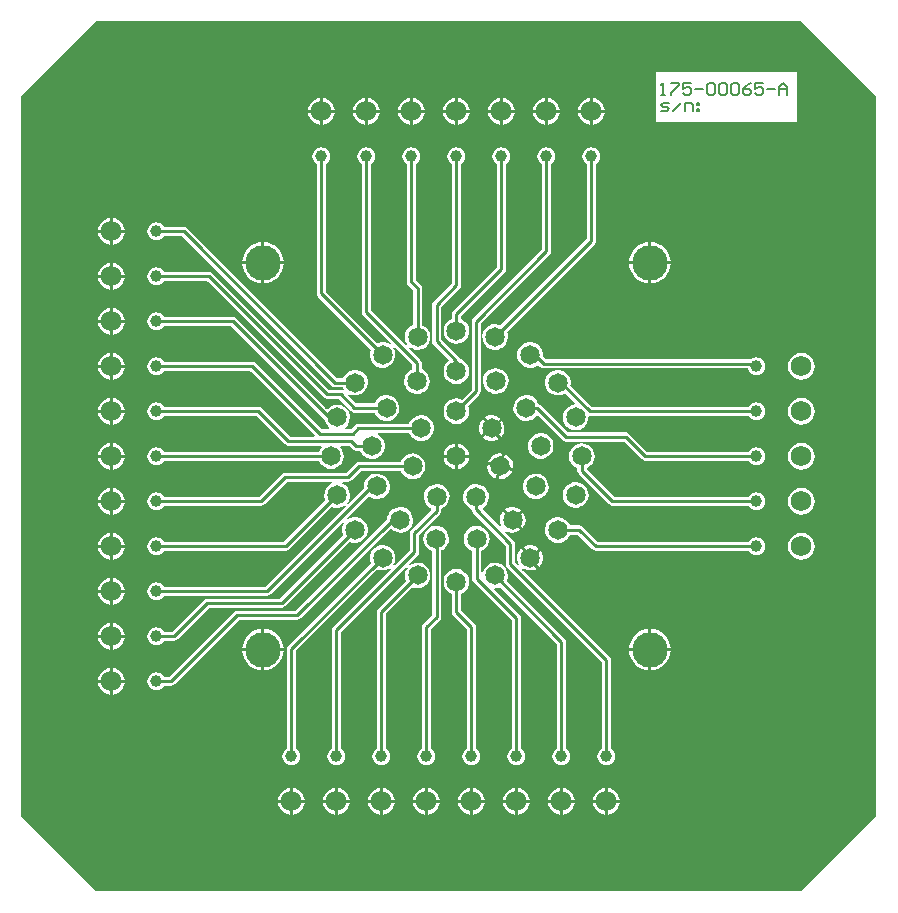
<source format=gtl>
G04 Layer_Physical_Order=1*
G04 Layer_Color=255*
%FSLAX24Y24*%
%MOIN*%
G70*
G01*
G75*
%ADD10C,0.0100*%
%ADD11C,0.0080*%
%ADD12C,0.0394*%
%ADD13C,0.0689*%
%ADD14C,0.0650*%
%ADD15C,0.1181*%
G36*
X29000Y27000D02*
Y3000D01*
X26500Y500D01*
X3000D01*
X500Y3000D01*
Y27000D01*
X3000Y29500D01*
X26500Y29500D01*
X29000Y27000D01*
D02*
G37*
%LPC*%
G36*
X19550Y26942D02*
Y26550D01*
X19942D01*
X19933Y26616D01*
X19888Y26724D01*
X19817Y26817D01*
X19724Y26888D01*
X19616Y26933D01*
X19550Y26942D01*
D02*
G37*
G36*
X18050D02*
Y26550D01*
X18442D01*
X18433Y26616D01*
X18388Y26724D01*
X18317Y26817D01*
X18224Y26888D01*
X18116Y26933D01*
X18050Y26942D01*
D02*
G37*
G36*
X16550D02*
Y26550D01*
X16942D01*
X16933Y26616D01*
X16888Y26724D01*
X16817Y26817D01*
X16724Y26888D01*
X16616Y26933D01*
X16550Y26942D01*
D02*
G37*
G36*
X15050D02*
Y26550D01*
X15442D01*
X15433Y26616D01*
X15388Y26724D01*
X15317Y26817D01*
X15224Y26888D01*
X15116Y26933D01*
X15050Y26942D01*
D02*
G37*
G36*
X13550D02*
Y26550D01*
X13942D01*
X13933Y26616D01*
X13888Y26724D01*
X13817Y26817D01*
X13724Y26888D01*
X13616Y26933D01*
X13550Y26942D01*
D02*
G37*
G36*
X12050D02*
Y26550D01*
X12442D01*
X12433Y26616D01*
X12388Y26724D01*
X12317Y26817D01*
X12224Y26888D01*
X12116Y26933D01*
X12050Y26942D01*
D02*
G37*
G36*
X10550D02*
Y26550D01*
X10942D01*
X10933Y26616D01*
X10888Y26724D01*
X10817Y26817D01*
X10724Y26888D01*
X10616Y26933D01*
X10550Y26942D01*
D02*
G37*
G36*
X19450D02*
X19384Y26933D01*
X19276Y26888D01*
X19183Y26817D01*
X19112Y26724D01*
X19067Y26616D01*
X19058Y26550D01*
X19450D01*
Y26942D01*
D02*
G37*
G36*
X17950D02*
X17884Y26933D01*
X17776Y26888D01*
X17683Y26817D01*
X17612Y26724D01*
X17567Y26616D01*
X17558Y26550D01*
X17950D01*
Y26942D01*
D02*
G37*
G36*
X16450D02*
X16384Y26933D01*
X16276Y26888D01*
X16183Y26817D01*
X16112Y26724D01*
X16067Y26616D01*
X16058Y26550D01*
X16450D01*
Y26942D01*
D02*
G37*
G36*
X14950D02*
X14884Y26933D01*
X14776Y26888D01*
X14683Y26817D01*
X14612Y26724D01*
X14567Y26616D01*
X14558Y26550D01*
X14950D01*
Y26942D01*
D02*
G37*
G36*
X13450D02*
X13384Y26933D01*
X13276Y26888D01*
X13183Y26817D01*
X13112Y26724D01*
X13067Y26616D01*
X13058Y26550D01*
X13450D01*
Y26942D01*
D02*
G37*
G36*
X11950D02*
X11884Y26933D01*
X11776Y26888D01*
X11683Y26817D01*
X11612Y26724D01*
X11567Y26616D01*
X11558Y26550D01*
X11950D01*
Y26942D01*
D02*
G37*
G36*
X10450D02*
X10384Y26933D01*
X10276Y26888D01*
X10183Y26817D01*
X10112Y26724D01*
X10067Y26616D01*
X10058Y26550D01*
X10450D01*
Y26942D01*
D02*
G37*
G36*
X26350Y27819D02*
X21650D01*
Y26150D01*
X26350D01*
Y27819D01*
D02*
G37*
G36*
X19942Y26450D02*
X19550D01*
Y26058D01*
X19616Y26067D01*
X19724Y26112D01*
X19817Y26183D01*
X19888Y26276D01*
X19933Y26384D01*
X19942Y26450D01*
D02*
G37*
G36*
X18442D02*
X18050D01*
Y26058D01*
X18116Y26067D01*
X18224Y26112D01*
X18317Y26183D01*
X18388Y26276D01*
X18433Y26384D01*
X18442Y26450D01*
D02*
G37*
G36*
X16942D02*
X16550D01*
Y26058D01*
X16616Y26067D01*
X16724Y26112D01*
X16817Y26183D01*
X16888Y26276D01*
X16933Y26384D01*
X16942Y26450D01*
D02*
G37*
G36*
X15442D02*
X15050D01*
Y26058D01*
X15116Y26067D01*
X15224Y26112D01*
X15317Y26183D01*
X15388Y26276D01*
X15433Y26384D01*
X15442Y26450D01*
D02*
G37*
G36*
X13942D02*
X13550D01*
Y26058D01*
X13616Y26067D01*
X13724Y26112D01*
X13817Y26183D01*
X13888Y26276D01*
X13933Y26384D01*
X13942Y26450D01*
D02*
G37*
G36*
X12442D02*
X12050D01*
Y26058D01*
X12116Y26067D01*
X12224Y26112D01*
X12317Y26183D01*
X12388Y26276D01*
X12433Y26384D01*
X12442Y26450D01*
D02*
G37*
G36*
X10942D02*
X10550D01*
Y26058D01*
X10616Y26067D01*
X10724Y26112D01*
X10817Y26183D01*
X10888Y26276D01*
X10933Y26384D01*
X10942Y26450D01*
D02*
G37*
G36*
X19450D02*
X19058D01*
X19067Y26384D01*
X19112Y26276D01*
X19183Y26183D01*
X19276Y26112D01*
X19384Y26067D01*
X19450Y26058D01*
Y26450D01*
D02*
G37*
G36*
X17950D02*
X17558D01*
X17567Y26384D01*
X17612Y26276D01*
X17683Y26183D01*
X17776Y26112D01*
X17884Y26067D01*
X17950Y26058D01*
Y26450D01*
D02*
G37*
G36*
X16450D02*
X16058D01*
X16067Y26384D01*
X16112Y26276D01*
X16183Y26183D01*
X16276Y26112D01*
X16384Y26067D01*
X16450Y26058D01*
Y26450D01*
D02*
G37*
G36*
X14950D02*
X14558D01*
X14567Y26384D01*
X14612Y26276D01*
X14683Y26183D01*
X14776Y26112D01*
X14884Y26067D01*
X14950Y26058D01*
Y26450D01*
D02*
G37*
G36*
X13450D02*
X13058D01*
X13067Y26384D01*
X13112Y26276D01*
X13183Y26183D01*
X13276Y26112D01*
X13384Y26067D01*
X13450Y26058D01*
Y26450D01*
D02*
G37*
G36*
X11950D02*
X11558D01*
X11567Y26384D01*
X11612Y26276D01*
X11683Y26183D01*
X11776Y26112D01*
X11884Y26067D01*
X11950Y26058D01*
Y26450D01*
D02*
G37*
G36*
X10450D02*
X10058D01*
X10067Y26384D01*
X10112Y26276D01*
X10183Y26183D01*
X10276Y26112D01*
X10384Y26067D01*
X10450Y26058D01*
Y26450D01*
D02*
G37*
G36*
X3550Y22942D02*
Y22550D01*
X3942D01*
X3933Y22616D01*
X3888Y22724D01*
X3817Y22817D01*
X3724Y22888D01*
X3616Y22933D01*
X3550Y22942D01*
D02*
G37*
G36*
X3450D02*
X3384Y22933D01*
X3276Y22888D01*
X3183Y22817D01*
X3112Y22724D01*
X3067Y22616D01*
X3058Y22550D01*
X3450D01*
Y22942D01*
D02*
G37*
G36*
X3942Y22450D02*
X3550D01*
Y22058D01*
X3616Y22067D01*
X3724Y22112D01*
X3817Y22183D01*
X3888Y22276D01*
X3933Y22384D01*
X3942Y22450D01*
D02*
G37*
G36*
X3450D02*
X3058D01*
X3067Y22384D01*
X3112Y22276D01*
X3183Y22183D01*
X3276Y22112D01*
X3384Y22067D01*
X3450Y22058D01*
Y22450D01*
D02*
G37*
G36*
X21499Y22138D02*
Y21499D01*
X22138D01*
X22129Y21584D01*
X22090Y21714D01*
X22026Y21834D01*
X21939Y21939D01*
X21834Y22026D01*
X21714Y22090D01*
X21584Y22129D01*
X21499Y22138D01*
D02*
G37*
G36*
X21399D02*
X21313Y22129D01*
X21183Y22090D01*
X21063Y22026D01*
X20958Y21939D01*
X20872Y21834D01*
X20808Y21714D01*
X20768Y21584D01*
X20760Y21499D01*
X21399D01*
Y22138D01*
D02*
G37*
G36*
X8601D02*
Y21499D01*
X9240D01*
X9232Y21584D01*
X9192Y21714D01*
X9128Y21834D01*
X9042Y21939D01*
X8937Y22026D01*
X8817Y22090D01*
X8687Y22129D01*
X8601Y22138D01*
D02*
G37*
G36*
X8501D02*
X8416Y22129D01*
X8286Y22090D01*
X8166Y22026D01*
X8061Y21939D01*
X7974Y21834D01*
X7910Y21714D01*
X7871Y21584D01*
X7862Y21499D01*
X8501D01*
Y22138D01*
D02*
G37*
G36*
X3550Y21442D02*
Y21050D01*
X3942D01*
X3933Y21116D01*
X3888Y21224D01*
X3817Y21317D01*
X3724Y21388D01*
X3616Y21433D01*
X3550Y21442D01*
D02*
G37*
G36*
X3450D02*
X3384Y21433D01*
X3276Y21388D01*
X3183Y21317D01*
X3112Y21224D01*
X3067Y21116D01*
X3058Y21050D01*
X3450D01*
Y21442D01*
D02*
G37*
G36*
X22138Y21399D02*
X21499D01*
Y20760D01*
X21584Y20768D01*
X21714Y20808D01*
X21834Y20872D01*
X21939Y20958D01*
X22026Y21063D01*
X22090Y21183D01*
X22129Y21313D01*
X22138Y21399D01*
D02*
G37*
G36*
X21399D02*
X20760D01*
X20768Y21313D01*
X20808Y21183D01*
X20872Y21063D01*
X20958Y20958D01*
X21063Y20872D01*
X21183Y20808D01*
X21313Y20768D01*
X21399Y20760D01*
Y21399D01*
D02*
G37*
G36*
X9240D02*
X8601D01*
Y20760D01*
X8687Y20768D01*
X8817Y20808D01*
X8937Y20872D01*
X9042Y20958D01*
X9128Y21063D01*
X9192Y21183D01*
X9232Y21313D01*
X9240Y21399D01*
D02*
G37*
G36*
X8501D02*
X7862D01*
X7871Y21313D01*
X7910Y21183D01*
X7974Y21063D01*
X8061Y20958D01*
X8166Y20872D01*
X8286Y20808D01*
X8416Y20768D01*
X8501Y20760D01*
Y21399D01*
D02*
G37*
G36*
X3942Y20950D02*
X3550D01*
Y20558D01*
X3616Y20567D01*
X3724Y20612D01*
X3817Y20683D01*
X3888Y20776D01*
X3933Y20884D01*
X3942Y20950D01*
D02*
G37*
G36*
X3450D02*
X3058D01*
X3067Y20884D01*
X3112Y20776D01*
X3183Y20683D01*
X3276Y20612D01*
X3384Y20567D01*
X3450Y20558D01*
Y20950D01*
D02*
G37*
G36*
X3550Y19942D02*
Y19550D01*
X3942D01*
X3933Y19616D01*
X3888Y19724D01*
X3817Y19817D01*
X3724Y19888D01*
X3616Y19933D01*
X3550Y19942D01*
D02*
G37*
G36*
X3450D02*
X3384Y19933D01*
X3276Y19888D01*
X3183Y19817D01*
X3112Y19724D01*
X3067Y19616D01*
X3058Y19550D01*
X3450D01*
Y19942D01*
D02*
G37*
G36*
X19500Y25299D02*
X19423Y25289D01*
X19350Y25259D01*
X19288Y25212D01*
X19241Y25150D01*
X19211Y25077D01*
X19201Y25000D01*
X19211Y24923D01*
X19241Y24850D01*
X19288Y24788D01*
X19347Y24743D01*
Y22247D01*
X16464Y19364D01*
X16424Y19383D01*
X16314Y19404D01*
X16203Y19395D01*
X16097Y19357D01*
X16005Y19294D01*
X15932Y19209D01*
X15884Y19108D01*
X15864Y18998D01*
X15872Y18886D01*
X15910Y18781D01*
X15973Y18689D01*
X16058Y18616D01*
X16159Y18568D01*
X16269Y18547D01*
X16381Y18556D01*
X16486Y18593D01*
X16579Y18657D01*
X16651Y18742D01*
X16699Y18843D01*
X16720Y18953D01*
X16711Y19065D01*
X16681Y19149D01*
X19608Y22076D01*
X19641Y22125D01*
X19653Y22184D01*
Y24743D01*
X19712Y24788D01*
X19759Y24850D01*
X19789Y24923D01*
X19799Y25000D01*
X19789Y25077D01*
X19759Y25150D01*
X19712Y25212D01*
X19650Y25259D01*
X19577Y25289D01*
X19500Y25299D01*
D02*
G37*
G36*
X3942Y19450D02*
X3550D01*
Y19058D01*
X3616Y19067D01*
X3724Y19112D01*
X3817Y19183D01*
X3888Y19276D01*
X3933Y19384D01*
X3942Y19450D01*
D02*
G37*
G36*
X3450D02*
X3058D01*
X3067Y19384D01*
X3112Y19276D01*
X3183Y19183D01*
X3276Y19112D01*
X3384Y19067D01*
X3450Y19058D01*
Y19450D01*
D02*
G37*
G36*
X16500Y25299D02*
X16423Y25289D01*
X16350Y25259D01*
X16288Y25212D01*
X16241Y25150D01*
X16211Y25077D01*
X16201Y25000D01*
X16211Y24923D01*
X16241Y24850D01*
X16288Y24788D01*
X16347Y24743D01*
Y21303D01*
X14892Y19848D01*
X14859Y19799D01*
X14847Y19740D01*
Y19577D01*
X14786Y19551D01*
X14697Y19483D01*
X14629Y19394D01*
X14586Y19291D01*
X14571Y19180D01*
X14586Y19069D01*
X14629Y18966D01*
X14697Y18877D01*
X14786Y18809D01*
X14889Y18766D01*
X15000Y18751D01*
X15111Y18766D01*
X15214Y18809D01*
X15303Y18877D01*
X15371Y18966D01*
X15414Y19069D01*
X15429Y19180D01*
X15414Y19291D01*
X15371Y19394D01*
X15303Y19483D01*
X15214Y19551D01*
X15153Y19577D01*
Y19677D01*
X16608Y21132D01*
X16641Y21181D01*
X16653Y21240D01*
Y24743D01*
X16712Y24788D01*
X16759Y24850D01*
X16789Y24923D01*
X16799Y25000D01*
X16789Y25077D01*
X16759Y25150D01*
X16712Y25212D01*
X16650Y25259D01*
X16577Y25289D01*
X16500Y25299D01*
D02*
G37*
G36*
X13500D02*
X13423Y25289D01*
X13350Y25259D01*
X13288Y25212D01*
X13241Y25150D01*
X13211Y25077D01*
X13201Y25000D01*
X13211Y24923D01*
X13241Y24850D01*
X13288Y24788D01*
X13347Y24743D01*
Y20800D01*
X13359Y20741D01*
X13392Y20692D01*
X13555Y20528D01*
Y19373D01*
X13475Y19335D01*
X13390Y19262D01*
X13326Y19170D01*
X13289Y19065D01*
X13280Y18953D01*
X13301Y18843D01*
X13349Y18742D01*
X13371Y18716D01*
X13334Y18682D01*
X12153Y19863D01*
Y24743D01*
X12212Y24788D01*
X12259Y24850D01*
X12289Y24923D01*
X12299Y25000D01*
X12289Y25077D01*
X12259Y25150D01*
X12212Y25212D01*
X12150Y25259D01*
X12077Y25289D01*
X12000Y25299D01*
X11923Y25289D01*
X11850Y25259D01*
X11788Y25212D01*
X11741Y25150D01*
X11711Y25077D01*
X11701Y25000D01*
X11711Y24923D01*
X11741Y24850D01*
X11788Y24788D01*
X11847Y24743D01*
Y19800D01*
X11859Y19741D01*
X11892Y19692D01*
X12806Y18778D01*
X12775Y18738D01*
X12717Y18773D01*
X12610Y18805D01*
X12498Y18808D01*
X12389Y18782D01*
X12370Y18771D01*
X10653Y20488D01*
Y24743D01*
X10712Y24788D01*
X10759Y24850D01*
X10789Y24923D01*
X10799Y25000D01*
X10789Y25077D01*
X10759Y25150D01*
X10712Y25212D01*
X10650Y25259D01*
X10577Y25289D01*
X10500Y25299D01*
X10423Y25289D01*
X10350Y25259D01*
X10288Y25212D01*
X10241Y25150D01*
X10211Y25077D01*
X10201Y25000D01*
X10211Y24923D01*
X10241Y24850D01*
X10288Y24788D01*
X10347Y24743D01*
Y20425D01*
X10359Y20366D01*
X10392Y20317D01*
X12152Y18557D01*
X12151Y18556D01*
X12120Y18449D01*
X12117Y18337D01*
X12143Y18228D01*
X12196Y18130D01*
X12273Y18049D01*
X12369Y17990D01*
X12476Y17958D01*
X12588Y17955D01*
X12697Y17981D01*
X12795Y18035D01*
X12876Y18112D01*
X12935Y18207D01*
X12966Y18315D01*
X12969Y18427D01*
X12943Y18535D01*
X12902Y18611D01*
X12943Y18641D01*
X13532Y18052D01*
Y17902D01*
X13486Y17885D01*
X13394Y17821D01*
X13323Y17735D01*
X13276Y17633D01*
X13257Y17523D01*
X13267Y17412D01*
X13305Y17307D01*
X13370Y17215D01*
X13456Y17144D01*
X13557Y17097D01*
X13668Y17078D01*
X13779Y17088D01*
X13884Y17126D01*
X13976Y17191D01*
X14047Y17277D01*
X14094Y17378D01*
X14113Y17489D01*
X14103Y17600D01*
X14064Y17705D01*
X14000Y17797D01*
X13914Y17868D01*
X13838Y17903D01*
Y18115D01*
X13826Y18174D01*
X13793Y18223D01*
X13417Y18599D01*
X13449Y18638D01*
X13514Y18593D01*
X13619Y18556D01*
X13731Y18547D01*
X13841Y18568D01*
X13942Y18616D01*
X14027Y18689D01*
X14090Y18781D01*
X14128Y18886D01*
X14136Y18998D01*
X14116Y19108D01*
X14068Y19209D01*
X13995Y19294D01*
X13903Y19357D01*
X13861Y19372D01*
Y20592D01*
X13850Y20650D01*
X13816Y20700D01*
X13653Y20863D01*
Y24743D01*
X13712Y24788D01*
X13759Y24850D01*
X13789Y24923D01*
X13799Y25000D01*
X13789Y25077D01*
X13759Y25150D01*
X13712Y25212D01*
X13650Y25259D01*
X13577Y25289D01*
X13500Y25299D01*
D02*
G37*
G36*
X3550Y18442D02*
Y18050D01*
X3942D01*
X3933Y18116D01*
X3888Y18224D01*
X3817Y18317D01*
X3724Y18388D01*
X3616Y18433D01*
X3550Y18442D01*
D02*
G37*
G36*
X3450D02*
X3384Y18433D01*
X3276Y18388D01*
X3183Y18317D01*
X3112Y18224D01*
X3067Y18116D01*
X3058Y18050D01*
X3450D01*
Y18442D01*
D02*
G37*
G36*
X17502Y18808D02*
X17390Y18805D01*
X17283Y18773D01*
X17187Y18715D01*
X17110Y18634D01*
X17057Y18535D01*
X17031Y18427D01*
X17034Y18315D01*
X17065Y18207D01*
X17124Y18112D01*
X17205Y18035D01*
X17303Y17981D01*
X17412Y17955D01*
X17524Y17958D01*
X17631Y17990D01*
X17727Y18049D01*
X17735Y18049D01*
X17802Y17982D01*
X17851Y17949D01*
X17910Y17937D01*
X24709D01*
X24711Y17923D01*
X24741Y17850D01*
X24788Y17788D01*
X24850Y17741D01*
X24923Y17711D01*
X25000Y17701D01*
X25077Y17711D01*
X25150Y17741D01*
X25212Y17788D01*
X25259Y17850D01*
X25289Y17923D01*
X25299Y18000D01*
X25289Y18077D01*
X25259Y18150D01*
X25212Y18212D01*
X25150Y18259D01*
X25077Y18289D01*
X25000Y18299D01*
X24923Y18289D01*
X24850Y18259D01*
X24829Y18243D01*
X17973D01*
X17883Y18334D01*
X17883Y18337D01*
X17880Y18449D01*
X17849Y18556D01*
X17790Y18651D01*
X17709Y18728D01*
X17611Y18782D01*
X17502Y18808D01*
D02*
G37*
G36*
X3942Y17950D02*
X3550D01*
Y17558D01*
X3616Y17567D01*
X3724Y17612D01*
X3817Y17683D01*
X3888Y17776D01*
X3933Y17884D01*
X3942Y17950D01*
D02*
G37*
G36*
X3450D02*
X3058D01*
X3067Y17884D01*
X3112Y17776D01*
X3183Y17683D01*
X3276Y17612D01*
X3384Y17567D01*
X3450Y17558D01*
Y17950D01*
D02*
G37*
G36*
X26500Y18448D02*
X26384Y18433D01*
X26276Y18388D01*
X26183Y18317D01*
X26112Y18224D01*
X26067Y18116D01*
X26052Y18000D01*
X26067Y17884D01*
X26112Y17776D01*
X26183Y17683D01*
X26276Y17612D01*
X26384Y17567D01*
X26500Y17552D01*
X26616Y17567D01*
X26724Y17612D01*
X26817Y17683D01*
X26888Y17776D01*
X26933Y17884D01*
X26948Y18000D01*
X26933Y18116D01*
X26888Y18224D01*
X26817Y18317D01*
X26724Y18388D01*
X26616Y18433D01*
X26500Y18448D01*
D02*
G37*
G36*
X15000Y25299D02*
X14923Y25289D01*
X14850Y25259D01*
X14788Y25212D01*
X14741Y25150D01*
X14711Y25077D01*
X14701Y25000D01*
X14711Y24923D01*
X14741Y24850D01*
X14788Y24788D01*
X14847Y24743D01*
Y20763D01*
X14232Y20148D01*
X14199Y20099D01*
X14187Y20040D01*
Y18830D01*
X14199Y18771D01*
X14232Y18722D01*
X14740Y18214D01*
X14737Y18164D01*
X14697Y18133D01*
X14629Y18044D01*
X14586Y17941D01*
X14571Y17830D01*
X14586Y17719D01*
X14629Y17616D01*
X14697Y17527D01*
X14786Y17459D01*
X14889Y17416D01*
X15000Y17401D01*
X15111Y17416D01*
X15214Y17459D01*
X15303Y17527D01*
X15371Y17616D01*
X15414Y17719D01*
X15429Y17830D01*
X15414Y17941D01*
X15371Y18044D01*
X15303Y18133D01*
X15214Y18201D01*
X15139Y18233D01*
X15108Y18278D01*
X14493Y18893D01*
Y19977D01*
X15108Y20592D01*
X15141Y20641D01*
X15153Y20700D01*
Y24743D01*
X15212Y24788D01*
X15259Y24850D01*
X15289Y24923D01*
X15299Y25000D01*
X15289Y25077D01*
X15259Y25150D01*
X15212Y25212D01*
X15150Y25259D01*
X15077Y25289D01*
X15000Y25299D01*
D02*
G37*
G36*
X5000Y22799D02*
X4923Y22789D01*
X4850Y22759D01*
X4788Y22712D01*
X4741Y22650D01*
X4711Y22577D01*
X4701Y22500D01*
X4711Y22423D01*
X4741Y22350D01*
X4788Y22288D01*
X4850Y22241D01*
X4923Y22211D01*
X5000Y22201D01*
X5077Y22211D01*
X5150Y22241D01*
X5212Y22288D01*
X5257Y22347D01*
X5847D01*
X10845Y17349D01*
X10895Y17316D01*
X10953Y17304D01*
X11220D01*
X11227Y17283D01*
X11258Y17232D01*
X11221Y17196D01*
X11199Y17211D01*
X11140Y17223D01*
X10743D01*
X6858Y21108D01*
X6809Y21141D01*
X6750Y21153D01*
X5257D01*
X5212Y21212D01*
X5150Y21259D01*
X5077Y21289D01*
X5000Y21299D01*
X4923Y21289D01*
X4850Y21259D01*
X4788Y21212D01*
X4741Y21150D01*
X4711Y21077D01*
X4701Y21000D01*
X4711Y20923D01*
X4741Y20850D01*
X4788Y20788D01*
X4850Y20741D01*
X4923Y20711D01*
X5000Y20701D01*
X5077Y20711D01*
X5150Y20741D01*
X5212Y20788D01*
X5257Y20847D01*
X6687D01*
X10572Y16962D01*
X10621Y16929D01*
X10680Y16917D01*
X11077D01*
X11494Y16500D01*
X11544Y16466D01*
X11602Y16455D01*
X12274D01*
X12284Y16424D01*
X12344Y16330D01*
X12427Y16255D01*
X12527Y16204D01*
X12636Y16180D01*
X12748Y16186D01*
X12855Y16220D01*
X12949Y16281D01*
X13024Y16364D01*
X13075Y16464D01*
X13098Y16573D01*
X13093Y16685D01*
X13058Y16791D01*
X12997Y16885D01*
X12914Y16960D01*
X12815Y17011D01*
X12705Y17035D01*
X12594Y17029D01*
X12487Y16995D01*
X12393Y16934D01*
X12318Y16851D01*
X12272Y16761D01*
X11666D01*
X11381Y17045D01*
X11411Y17086D01*
X11465Y17057D01*
X11573Y17031D01*
X11685Y17034D01*
X11793Y17065D01*
X11888Y17124D01*
X11965Y17205D01*
X12019Y17303D01*
X12045Y17412D01*
X12042Y17524D01*
X12010Y17631D01*
X11951Y17727D01*
X11870Y17804D01*
X11772Y17857D01*
X11663Y17883D01*
X11551Y17880D01*
X11444Y17849D01*
X11349Y17790D01*
X11272Y17709D01*
X11218Y17611D01*
X11218Y17610D01*
X11016D01*
X6018Y22608D01*
X5969Y22641D01*
X5910Y22653D01*
X5257D01*
X5212Y22712D01*
X5150Y22759D01*
X5077Y22789D01*
X5000Y22799D01*
D02*
G37*
G36*
X16298Y17934D02*
X16188Y17915D01*
X16086Y17868D01*
X16000Y17796D01*
X15936Y17705D01*
X15897Y17600D01*
X15887Y17489D01*
X15906Y17378D01*
X15953Y17277D01*
X16025Y17191D01*
X16116Y17126D01*
X16221Y17088D01*
X16333Y17077D01*
X16443Y17096D01*
X16544Y17143D01*
X16630Y17215D01*
X16695Y17307D01*
X16734Y17412D01*
X16744Y17523D01*
X16725Y17633D01*
X16678Y17735D01*
X16606Y17821D01*
X16515Y17885D01*
X16410Y17924D01*
X16298Y17934D01*
D02*
G37*
G36*
X18000Y25299D02*
X17923Y25289D01*
X17850Y25259D01*
X17788Y25212D01*
X17741Y25150D01*
X17711Y25077D01*
X17701Y25000D01*
X17711Y24923D01*
X17741Y24850D01*
X17788Y24788D01*
X17847Y24743D01*
Y21893D01*
X15552Y19598D01*
X15519Y19549D01*
X15507Y19490D01*
Y17223D01*
X15172Y16889D01*
X15111Y16914D01*
X15000Y16929D01*
X14889Y16914D01*
X14786Y16871D01*
X14697Y16803D01*
X14629Y16714D01*
X14586Y16611D01*
X14571Y16500D01*
X14586Y16389D01*
X14629Y16286D01*
X14697Y16197D01*
X14786Y16129D01*
X14889Y16086D01*
X15000Y16071D01*
X15111Y16086D01*
X15214Y16129D01*
X15303Y16197D01*
X15371Y16286D01*
X15414Y16389D01*
X15429Y16500D01*
X15414Y16611D01*
X15389Y16672D01*
X15768Y17052D01*
X15801Y17101D01*
X15813Y17160D01*
Y19427D01*
X18108Y21722D01*
X18141Y21771D01*
X18153Y21830D01*
Y24743D01*
X18212Y24788D01*
X18259Y24850D01*
X18289Y24923D01*
X18299Y25000D01*
X18289Y25077D01*
X18259Y25150D01*
X18212Y25212D01*
X18150Y25259D01*
X18077Y25289D01*
X18000Y25299D01*
D02*
G37*
G36*
X3550Y16942D02*
Y16550D01*
X3942D01*
X3933Y16616D01*
X3888Y16724D01*
X3817Y16817D01*
X3724Y16888D01*
X3616Y16933D01*
X3550Y16942D01*
D02*
G37*
G36*
X3450D02*
X3384Y16933D01*
X3276Y16888D01*
X3183Y16817D01*
X3112Y16724D01*
X3067Y16616D01*
X3058Y16550D01*
X3450D01*
Y16942D01*
D02*
G37*
G36*
X18337Y17883D02*
X18228Y17857D01*
X18130Y17804D01*
X18049Y17727D01*
X17990Y17631D01*
X17958Y17524D01*
X17955Y17412D01*
X17981Y17303D01*
X18035Y17205D01*
X18112Y17124D01*
X18207Y17065D01*
X18315Y17034D01*
X18427Y17031D01*
X18535Y17057D01*
X18620Y17103D01*
X18956Y16766D01*
X18935Y16717D01*
X18843Y16699D01*
X18742Y16651D01*
X18657Y16579D01*
X18593Y16486D01*
X18556Y16381D01*
X18547Y16269D01*
X18568Y16159D01*
X18616Y16058D01*
X18689Y15973D01*
X18781Y15910D01*
X18886Y15872D01*
X18998Y15864D01*
X19108Y15884D01*
X19209Y15932D01*
X19294Y16005D01*
X19357Y16097D01*
X19395Y16203D01*
X19403Y16303D01*
X19424Y16329D01*
X19448Y16347D01*
X24743D01*
X24788Y16288D01*
X24850Y16241D01*
X24923Y16211D01*
X25000Y16201D01*
X25077Y16211D01*
X25150Y16241D01*
X25212Y16288D01*
X25259Y16350D01*
X25289Y16423D01*
X25299Y16500D01*
X25289Y16577D01*
X25259Y16650D01*
X25212Y16712D01*
X25150Y16759D01*
X25077Y16789D01*
X25000Y16799D01*
X24923Y16789D01*
X24850Y16759D01*
X24788Y16712D01*
X24743Y16653D01*
X19502D01*
X18796Y17359D01*
X18805Y17390D01*
X18808Y17502D01*
X18782Y17611D01*
X18728Y17709D01*
X18651Y17790D01*
X18556Y17849D01*
X18449Y17880D01*
X18337Y17883D01*
D02*
G37*
G36*
X3942Y16450D02*
X3550D01*
Y16058D01*
X3616Y16067D01*
X3724Y16112D01*
X3817Y16183D01*
X3888Y16276D01*
X3933Y16384D01*
X3942Y16450D01*
D02*
G37*
G36*
X3450D02*
X3058D01*
X3067Y16384D01*
X3112Y16276D01*
X3183Y16183D01*
X3276Y16112D01*
X3384Y16067D01*
X3450Y16058D01*
Y16450D01*
D02*
G37*
G36*
X26500Y16948D02*
X26384Y16933D01*
X26276Y16888D01*
X26183Y16817D01*
X26112Y16724D01*
X26067Y16616D01*
X26052Y16500D01*
X26067Y16384D01*
X26112Y16276D01*
X26183Y16183D01*
X26276Y16112D01*
X26384Y16067D01*
X26500Y16052D01*
X26616Y16067D01*
X26724Y16112D01*
X26817Y16183D01*
X26888Y16276D01*
X26933Y16384D01*
X26948Y16500D01*
X26933Y16616D01*
X26888Y16724D01*
X26817Y16817D01*
X26724Y16888D01*
X26616Y16933D01*
X26500Y16948D01*
D02*
G37*
G36*
X16221Y16361D02*
X16109Y16359D01*
X16001Y16328D01*
X15949Y16296D01*
X16181Y16005D01*
X16472Y16237D01*
X16427Y16280D01*
X16329Y16334D01*
X16221Y16361D01*
D02*
G37*
G36*
X5000Y19799D02*
X4923Y19789D01*
X4850Y19759D01*
X4788Y19712D01*
X4741Y19650D01*
X4711Y19577D01*
X4701Y19500D01*
X4711Y19423D01*
X4741Y19350D01*
X4788Y19288D01*
X4850Y19241D01*
X4923Y19211D01*
X5000Y19201D01*
X5077Y19211D01*
X5150Y19241D01*
X5212Y19288D01*
X5257Y19347D01*
X7477D01*
X10604Y16220D01*
X10605Y16203D01*
X10643Y16097D01*
X10706Y16005D01*
X10767Y15953D01*
X10748Y15903D01*
X10513D01*
X8308Y18108D01*
X8259Y18141D01*
X8200Y18153D01*
X5257D01*
X5212Y18212D01*
X5150Y18259D01*
X5077Y18289D01*
X5000Y18299D01*
X4923Y18289D01*
X4850Y18259D01*
X4788Y18212D01*
X4741Y18150D01*
X4711Y18077D01*
X4701Y18000D01*
X4711Y17923D01*
X4741Y17850D01*
X4788Y17788D01*
X4850Y17741D01*
X4923Y17711D01*
X5000Y17701D01*
X5077Y17711D01*
X5150Y17741D01*
X5212Y17788D01*
X5257Y17847D01*
X8137D01*
X10285Y15699D01*
X10265Y15653D01*
X9463D01*
X8508Y16608D01*
X8459Y16641D01*
X8400Y16653D01*
X5257D01*
X5212Y16712D01*
X5150Y16759D01*
X5077Y16789D01*
X5000Y16799D01*
X4923Y16789D01*
X4850Y16759D01*
X4788Y16712D01*
X4741Y16650D01*
X4711Y16577D01*
X4701Y16500D01*
X4711Y16423D01*
X4741Y16350D01*
X4788Y16288D01*
X4850Y16241D01*
X4923Y16211D01*
X5000Y16201D01*
X5077Y16211D01*
X5150Y16241D01*
X5212Y16288D01*
X5257Y16347D01*
X8337D01*
X9292Y15392D01*
X9341Y15359D01*
X9400Y15347D01*
X10501D01*
X10512Y15297D01*
X10449Y15214D01*
X10423Y15153D01*
X5257D01*
X5212Y15212D01*
X5150Y15259D01*
X5077Y15289D01*
X5000Y15299D01*
X4923Y15289D01*
X4850Y15259D01*
X4788Y15212D01*
X4741Y15150D01*
X4711Y15077D01*
X4701Y15000D01*
X4711Y14923D01*
X4741Y14850D01*
X4788Y14788D01*
X4850Y14741D01*
X4923Y14711D01*
X5000Y14701D01*
X5077Y14711D01*
X5150Y14741D01*
X5212Y14788D01*
X5257Y14847D01*
X10423D01*
X10449Y14786D01*
X10517Y14697D01*
X10606Y14629D01*
X10709Y14586D01*
X10820Y14571D01*
X10931Y14586D01*
X11034Y14629D01*
X11123Y14697D01*
X11191Y14786D01*
X11234Y14889D01*
X11249Y15000D01*
X11234Y15111D01*
X11191Y15214D01*
X11128Y15297D01*
X11139Y15347D01*
X11437D01*
X11551Y15233D01*
X11600Y15200D01*
X11659Y15188D01*
X11792D01*
X11796Y15173D01*
X11853Y15077D01*
X11933Y14998D01*
X12031Y14943D01*
X12139Y14916D01*
X12251Y14917D01*
X12359Y14947D01*
X12455Y15004D01*
X12533Y15084D01*
X12588Y15181D01*
X12616Y15289D01*
X12615Y15401D01*
X12585Y15509D01*
X12528Y15606D01*
X12448Y15684D01*
X12362Y15732D01*
X12375Y15782D01*
X13427D01*
X13428Y15779D01*
X13482Y15681D01*
X13560Y15600D01*
X13656Y15542D01*
X13763Y15511D01*
X13875Y15509D01*
X13984Y15536D01*
X14082Y15590D01*
X14162Y15668D01*
X14220Y15764D01*
X14251Y15871D01*
X14253Y15983D01*
X14226Y16092D01*
X14172Y16190D01*
X14095Y16270D01*
X13999Y16328D01*
X13891Y16359D01*
X13779Y16361D01*
X13671Y16334D01*
X13573Y16280D01*
X13492Y16203D01*
X13434Y16107D01*
X13429Y16088D01*
X11735D01*
X11677Y16077D01*
X11627Y16043D01*
X11487Y15903D01*
X11298D01*
X11282Y15953D01*
X11311Y15973D01*
X11384Y16058D01*
X11432Y16159D01*
X11453Y16269D01*
X11444Y16381D01*
X11407Y16486D01*
X11343Y16579D01*
X11258Y16651D01*
X11157Y16699D01*
X11047Y16720D01*
X10935Y16711D01*
X10830Y16674D01*
X10738Y16610D01*
X10719Y16589D01*
X10669Y16587D01*
X7648Y19608D01*
X7599Y19641D01*
X7540Y19653D01*
X5257D01*
X5212Y19712D01*
X5150Y19759D01*
X5077Y19789D01*
X5000Y19799D01*
D02*
G37*
G36*
X15871Y16234D02*
X15828Y16190D01*
X15774Y16092D01*
X15747Y15983D01*
X15749Y15871D01*
X15780Y15764D01*
X15812Y15711D01*
X16103Y15943D01*
X15871Y16234D01*
D02*
G37*
G36*
X16534Y16159D02*
X16243Y15927D01*
X16475Y15636D01*
X16518Y15681D01*
X16572Y15779D01*
X16599Y15887D01*
X16597Y15999D01*
X16566Y16107D01*
X16534Y16159D01*
D02*
G37*
G36*
X16165Y15865D02*
X15874Y15633D01*
X15918Y15590D01*
X16016Y15536D01*
X16125Y15509D01*
X16237Y15511D01*
X16344Y15542D01*
X16397Y15574D01*
X16165Y15865D01*
D02*
G37*
G36*
X15050Y15422D02*
Y15050D01*
X15422D01*
X15414Y15111D01*
X15371Y15214D01*
X15303Y15303D01*
X15214Y15371D01*
X15111Y15414D01*
X15050Y15422D01*
D02*
G37*
G36*
X14950D02*
X14889Y15414D01*
X14786Y15371D01*
X14697Y15303D01*
X14629Y15214D01*
X14586Y15111D01*
X14578Y15050D01*
X14950D01*
Y15422D01*
D02*
G37*
G36*
X3550Y15442D02*
Y15050D01*
X3942D01*
X3933Y15116D01*
X3888Y15224D01*
X3817Y15317D01*
X3724Y15388D01*
X3616Y15433D01*
X3550Y15442D01*
D02*
G37*
G36*
X3450D02*
X3384Y15433D01*
X3276Y15388D01*
X3183Y15317D01*
X3112Y15224D01*
X3067Y15116D01*
X3058Y15050D01*
X3450D01*
Y15442D01*
D02*
G37*
G36*
X17758Y15767D02*
X17649Y15739D01*
X17552Y15684D01*
X17472Y15605D01*
X17415Y15509D01*
X17385Y15401D01*
X17384Y15289D01*
X17412Y15181D01*
X17467Y15083D01*
X17545Y15004D01*
X17641Y14947D01*
X17749Y14917D01*
X17861Y14915D01*
X17969Y14943D01*
X18067Y14998D01*
X18147Y15077D01*
X18204Y15173D01*
X18234Y15281D01*
X18235Y15393D01*
X18207Y15501D01*
X18152Y15598D01*
X18074Y15678D01*
X17977Y15735D01*
X17870Y15765D01*
X17758Y15767D01*
D02*
G37*
G36*
X16446Y15095D02*
X16336Y15076D01*
X16234Y15029D01*
X16148Y14958D01*
X16083Y14866D01*
X16062Y14809D01*
X16425Y14726D01*
X16508Y15089D01*
X16446Y15095D01*
D02*
G37*
G36*
X17295Y17035D02*
X17185Y17011D01*
X17086Y16960D01*
X17003Y16885D01*
X16942Y16791D01*
X16908Y16685D01*
X16902Y16573D01*
X16925Y16464D01*
X16976Y16364D01*
X17051Y16281D01*
X17145Y16220D01*
X17252Y16186D01*
X17364Y16180D01*
X17473Y16204D01*
X17573Y16255D01*
X17656Y16330D01*
X17673Y16356D01*
X17722Y16361D01*
X18552Y15532D01*
X18601Y15499D01*
X18660Y15487D01*
X20597D01*
X21192Y14892D01*
X21241Y14859D01*
X21300Y14847D01*
X24743D01*
X24788Y14788D01*
X24850Y14741D01*
X24923Y14711D01*
X25000Y14701D01*
X25077Y14711D01*
X25150Y14741D01*
X25212Y14788D01*
X25259Y14850D01*
X25289Y14923D01*
X25299Y15000D01*
X25289Y15077D01*
X25259Y15150D01*
X25212Y15212D01*
X25150Y15259D01*
X25077Y15289D01*
X25000Y15299D01*
X24923Y15289D01*
X24850Y15259D01*
X24788Y15212D01*
X24743Y15153D01*
X21363D01*
X20768Y15748D01*
X20719Y15781D01*
X20660Y15793D01*
X18723D01*
X17801Y16716D01*
X17751Y16749D01*
X17732Y16753D01*
X17682Y16851D01*
X17607Y16934D01*
X17513Y16995D01*
X17406Y17029D01*
X17295Y17035D01*
D02*
G37*
G36*
X16605Y15067D02*
X16522Y14704D01*
X16885Y14621D01*
X16891Y14682D01*
X16872Y14792D01*
X16825Y14894D01*
X16754Y14980D01*
X16663Y15045D01*
X16605Y15067D01*
D02*
G37*
G36*
X15422Y14950D02*
X15050D01*
Y14578D01*
X15111Y14586D01*
X15214Y14629D01*
X15303Y14697D01*
X15371Y14786D01*
X15414Y14889D01*
X15422Y14950D01*
D02*
G37*
G36*
X14950D02*
X14578D01*
X14586Y14889D01*
X14629Y14786D01*
X14697Y14697D01*
X14786Y14629D01*
X14889Y14586D01*
X14950Y14578D01*
Y14950D01*
D02*
G37*
G36*
X3942D02*
X3550D01*
Y14558D01*
X3616Y14567D01*
X3724Y14612D01*
X3817Y14683D01*
X3888Y14776D01*
X3933Y14884D01*
X3942Y14950D01*
D02*
G37*
G36*
X3450D02*
X3058D01*
X3067Y14884D01*
X3112Y14776D01*
X3183Y14683D01*
X3276Y14612D01*
X3384Y14567D01*
X3450Y14558D01*
Y14950D01*
D02*
G37*
G36*
X26500Y15448D02*
X26384Y15433D01*
X26276Y15388D01*
X26183Y15317D01*
X26112Y15224D01*
X26067Y15116D01*
X26052Y15000D01*
X26067Y14884D01*
X26112Y14776D01*
X26183Y14683D01*
X26276Y14612D01*
X26384Y14567D01*
X26500Y14552D01*
X26616Y14567D01*
X26724Y14612D01*
X26817Y14683D01*
X26888Y14776D01*
X26933Y14884D01*
X26948Y15000D01*
X26933Y15116D01*
X26888Y15224D01*
X26817Y15317D01*
X26724Y15388D01*
X26616Y15433D01*
X26500Y15448D01*
D02*
G37*
G36*
X16040Y14711D02*
X16034Y14650D01*
X16053Y14540D01*
X16099Y14438D01*
X16171Y14352D01*
X16262Y14287D01*
X16320Y14266D01*
X16402Y14629D01*
X16040Y14711D01*
D02*
G37*
G36*
X13554Y15095D02*
X13442Y15084D01*
X13337Y15045D01*
X13246Y14980D01*
X13175Y14894D01*
X13140Y14819D01*
X11766D01*
X11708Y14808D01*
X11658Y14774D01*
X11337Y14453D01*
X9300D01*
X9241Y14441D01*
X9192Y14408D01*
X8437Y13653D01*
X5257D01*
X5212Y13712D01*
X5150Y13759D01*
X5077Y13789D01*
X5000Y13799D01*
X4923Y13789D01*
X4850Y13759D01*
X4788Y13712D01*
X4741Y13650D01*
X4711Y13577D01*
X4701Y13500D01*
X4711Y13423D01*
X4741Y13350D01*
X4788Y13288D01*
X4850Y13241D01*
X4923Y13211D01*
X5000Y13201D01*
X5077Y13211D01*
X5150Y13241D01*
X5212Y13288D01*
X5257Y13347D01*
X8500D01*
X8559Y13359D01*
X8608Y13392D01*
X9363Y14147D01*
X10841D01*
X10852Y14097D01*
X10791Y14068D01*
X10706Y13995D01*
X10643Y13903D01*
X10605Y13797D01*
X10596Y13686D01*
X10617Y13576D01*
X10636Y13536D01*
X9253Y12153D01*
X5257D01*
X5212Y12212D01*
X5150Y12259D01*
X5077Y12289D01*
X5000Y12299D01*
X4923Y12289D01*
X4850Y12259D01*
X4788Y12212D01*
X4741Y12150D01*
X4711Y12077D01*
X4701Y12000D01*
X4711Y11923D01*
X4741Y11850D01*
X4788Y11788D01*
X4850Y11741D01*
X4923Y11711D01*
X5000Y11701D01*
X5077Y11711D01*
X5150Y11741D01*
X5212Y11788D01*
X5257Y11847D01*
X9316D01*
X9375Y11859D01*
X9424Y11892D01*
X10851Y13319D01*
X10935Y13289D01*
X11047Y13280D01*
X11157Y13301D01*
X11258Y13349D01*
X11284Y13371D01*
X11318Y13334D01*
X8637Y10653D01*
X5257D01*
X5212Y10712D01*
X5150Y10759D01*
X5077Y10789D01*
X5000Y10799D01*
X4923Y10789D01*
X4850Y10759D01*
X4788Y10712D01*
X4741Y10650D01*
X4711Y10577D01*
X4701Y10500D01*
X4711Y10423D01*
X4741Y10350D01*
X4788Y10288D01*
X4850Y10241D01*
X4923Y10211D01*
X5000Y10201D01*
X5077Y10211D01*
X5150Y10241D01*
X5212Y10288D01*
X5257Y10347D01*
X8700D01*
X8759Y10359D01*
X8808Y10392D01*
X11222Y12806D01*
X11262Y12775D01*
X11227Y12717D01*
X11195Y12610D01*
X11192Y12498D01*
X11218Y12389D01*
X11229Y12370D01*
X9112Y10253D01*
X6700D01*
X6641Y10241D01*
X6592Y10208D01*
X5537Y9153D01*
X5257D01*
X5212Y9212D01*
X5150Y9259D01*
X5077Y9289D01*
X5000Y9299D01*
X4923Y9289D01*
X4850Y9259D01*
X4788Y9212D01*
X4741Y9150D01*
X4711Y9077D01*
X4701Y9000D01*
X4711Y8923D01*
X4741Y8850D01*
X4788Y8788D01*
X4850Y8741D01*
X4923Y8711D01*
X5000Y8701D01*
X5077Y8711D01*
X5150Y8741D01*
X5212Y8788D01*
X5257Y8847D01*
X5600D01*
X5659Y8859D01*
X5708Y8892D01*
X6763Y9947D01*
X9175D01*
X9234Y9959D01*
X9283Y9992D01*
X11443Y12152D01*
X11444Y12151D01*
X11551Y12120D01*
X11663Y12117D01*
X11772Y12143D01*
X11870Y12196D01*
X11951Y12273D01*
X12010Y12369D01*
X12042Y12476D01*
X12045Y12588D01*
X12019Y12697D01*
X11965Y12795D01*
X11888Y12876D01*
X11793Y12935D01*
X11685Y12966D01*
X11573Y12969D01*
X11465Y12943D01*
X11389Y12902D01*
X11359Y12943D01*
X12081Y13665D01*
X12083Y13664D01*
X12178Y13606D01*
X12285Y13573D01*
X12397Y13570D01*
X12506Y13596D01*
X12604Y13649D01*
X12686Y13725D01*
X12745Y13821D01*
X12777Y13928D01*
X12780Y14040D01*
X12755Y14149D01*
X12702Y14247D01*
X12625Y14329D01*
X12530Y14387D01*
X12423Y14420D01*
X12311Y14423D01*
X12202Y14397D01*
X12103Y14344D01*
X12022Y14268D01*
X11963Y14172D01*
X11931Y14065D01*
X11927Y13953D01*
X11929Y13946D01*
X11401Y13417D01*
X11362Y13449D01*
X11407Y13514D01*
X11444Y13619D01*
X11453Y13731D01*
X11432Y13841D01*
X11384Y13942D01*
X11311Y14027D01*
X11219Y14090D01*
X11200Y14097D01*
X11209Y14147D01*
X11400D01*
X11459Y14159D01*
X11508Y14192D01*
X11830Y14513D01*
X13141D01*
X13159Y14466D01*
X13223Y14375D01*
X13310Y14303D01*
X13411Y14257D01*
X13522Y14238D01*
X13633Y14248D01*
X13738Y14287D01*
X13829Y14352D01*
X13901Y14438D01*
X13947Y14540D01*
X13966Y14650D01*
X13956Y14762D01*
X13917Y14867D01*
X13852Y14958D01*
X13766Y15029D01*
X13664Y15076D01*
X13554Y15095D01*
D02*
G37*
G36*
X16500Y14606D02*
X16417Y14244D01*
X16478Y14238D01*
X16589Y14257D01*
X16690Y14303D01*
X16777Y14375D01*
X16841Y14466D01*
X16863Y14523D01*
X16500Y14606D01*
D02*
G37*
G36*
X17689Y14423D02*
X17577Y14419D01*
X17470Y14387D01*
X17375Y14328D01*
X17298Y14247D01*
X17245Y14148D01*
X17220Y14039D01*
X17223Y13928D01*
X17255Y13820D01*
X17314Y13725D01*
X17395Y13649D01*
X17494Y13596D01*
X17603Y13570D01*
X17715Y13573D01*
X17822Y13605D01*
X17917Y13664D01*
X17994Y13746D01*
X18047Y13844D01*
X18073Y13953D01*
X18069Y14065D01*
X18037Y14172D01*
X17978Y14267D01*
X17897Y14344D01*
X17798Y14397D01*
X17689Y14423D01*
D02*
G37*
G36*
X3550Y13942D02*
Y13550D01*
X3942D01*
X3933Y13616D01*
X3888Y13724D01*
X3817Y13817D01*
X3724Y13888D01*
X3616Y13933D01*
X3550Y13942D01*
D02*
G37*
G36*
X3450D02*
X3384Y13933D01*
X3276Y13888D01*
X3183Y13817D01*
X3112Y13724D01*
X3067Y13616D01*
X3058Y13550D01*
X3450D01*
Y13942D01*
D02*
G37*
G36*
X18998Y14136D02*
X18886Y14128D01*
X18781Y14090D01*
X18689Y14027D01*
X18616Y13942D01*
X18568Y13841D01*
X18547Y13731D01*
X18556Y13619D01*
X18593Y13514D01*
X18657Y13421D01*
X18742Y13349D01*
X18843Y13301D01*
X18953Y13280D01*
X19065Y13289D01*
X19170Y13326D01*
X19262Y13390D01*
X19335Y13475D01*
X19383Y13576D01*
X19404Y13686D01*
X19395Y13797D01*
X19357Y13903D01*
X19294Y13995D01*
X19209Y14068D01*
X19108Y14116D01*
X18998Y14136D01*
D02*
G37*
G36*
X19180Y15429D02*
X19069Y15414D01*
X18966Y15371D01*
X18877Y15303D01*
X18809Y15214D01*
X18766Y15111D01*
X18751Y15000D01*
X18766Y14889D01*
X18809Y14786D01*
X18877Y14697D01*
X18966Y14629D01*
X19027Y14603D01*
Y14520D01*
X19039Y14461D01*
X19072Y14412D01*
X20092Y13392D01*
X20141Y13359D01*
X20200Y13347D01*
X24743D01*
X24788Y13288D01*
X24850Y13241D01*
X24923Y13211D01*
X25000Y13201D01*
X25077Y13211D01*
X25150Y13241D01*
X25212Y13288D01*
X25259Y13350D01*
X25289Y13423D01*
X25299Y13500D01*
X25289Y13577D01*
X25259Y13650D01*
X25212Y13712D01*
X25150Y13759D01*
X25077Y13789D01*
X25000Y13799D01*
X24923Y13789D01*
X24850Y13759D01*
X24788Y13712D01*
X24743Y13653D01*
X20263D01*
X19357Y14559D01*
X19369Y14618D01*
X19394Y14629D01*
X19483Y14697D01*
X19551Y14786D01*
X19594Y14889D01*
X19609Y15000D01*
X19594Y15111D01*
X19551Y15214D01*
X19483Y15303D01*
X19394Y15371D01*
X19291Y15414D01*
X19180Y15429D01*
D02*
G37*
G36*
X3942Y13450D02*
X3550D01*
Y13058D01*
X3616Y13067D01*
X3724Y13112D01*
X3817Y13183D01*
X3888Y13276D01*
X3933Y13384D01*
X3942Y13450D01*
D02*
G37*
G36*
X3450D02*
X3058D01*
X3067Y13384D01*
X3112Y13276D01*
X3183Y13183D01*
X3276Y13112D01*
X3384Y13067D01*
X3450Y13058D01*
Y13450D01*
D02*
G37*
G36*
X26500Y13948D02*
X26384Y13933D01*
X26276Y13888D01*
X26183Y13817D01*
X26112Y13724D01*
X26067Y13616D01*
X26052Y13500D01*
X26067Y13384D01*
X26112Y13276D01*
X26183Y13183D01*
X26276Y13112D01*
X26384Y13067D01*
X26500Y13052D01*
X26616Y13067D01*
X26724Y13112D01*
X26817Y13183D01*
X26888Y13276D01*
X26933Y13384D01*
X26948Y13500D01*
X26933Y13616D01*
X26888Y13724D01*
X26817Y13817D01*
X26724Y13888D01*
X26616Y13933D01*
X26500Y13948D01*
D02*
G37*
G36*
X16902Y13310D02*
X16791Y13302D01*
X16685Y13265D01*
X16634Y13231D01*
X16881Y12952D01*
X17159Y13199D01*
X17113Y13239D01*
X17012Y13288D01*
X16902Y13310D01*
D02*
G37*
G36*
X17226Y13124D02*
X16947Y12877D01*
X17194Y12599D01*
X17234Y12645D01*
X17283Y12746D01*
X17304Y12856D01*
X17297Y12967D01*
X17260Y13073D01*
X17226Y13124D01*
D02*
G37*
G36*
X13097Y13310D02*
X12988Y13288D01*
X12887Y13239D01*
X12802Y13166D01*
X12740Y13073D01*
X12703Y12968D01*
X12700Y12916D01*
X9637Y9853D01*
X7700D01*
X7641Y9841D01*
X7592Y9808D01*
X5437Y7653D01*
X5257D01*
X5212Y7712D01*
X5150Y7759D01*
X5077Y7789D01*
X5000Y7799D01*
X4923Y7789D01*
X4850Y7759D01*
X4788Y7712D01*
X4741Y7650D01*
X4711Y7577D01*
X4701Y7500D01*
X4711Y7423D01*
X4741Y7350D01*
X4788Y7288D01*
X4850Y7241D01*
X4923Y7211D01*
X5000Y7201D01*
X5077Y7211D01*
X5150Y7241D01*
X5212Y7288D01*
X5257Y7347D01*
X5500D01*
X5559Y7359D01*
X5608Y7392D01*
X7763Y9547D01*
X9700D01*
X9759Y9559D01*
X9808Y9592D01*
X12784Y12568D01*
X12834Y12566D01*
X12839Y12561D01*
X12932Y12498D01*
X13038Y12462D01*
X13149Y12454D01*
X13259Y12475D01*
X13360Y12524D01*
X13444Y12598D01*
X13507Y12690D01*
X13543Y12796D01*
X13551Y12908D01*
X13530Y13017D01*
X13481Y13118D01*
X13408Y13203D01*
X13315Y13265D01*
X13209Y13302D01*
X13097Y13310D01*
D02*
G37*
G36*
X15683Y14076D02*
X15571Y14070D01*
X15465Y14035D01*
X15371Y13973D01*
X15297Y13890D01*
X15246Y13790D01*
X15223Y13681D01*
X15230Y13569D01*
X15265Y13463D01*
X15326Y13369D01*
X15409Y13294D01*
X15498Y13250D01*
Y13229D01*
X15509Y13170D01*
X15543Y13120D01*
X16647Y12016D01*
Y11400D01*
X16659Y11341D01*
X16692Y11292D01*
X19847Y8137D01*
Y5257D01*
X19788Y5212D01*
X19741Y5150D01*
X19711Y5077D01*
X19701Y5000D01*
X19711Y4923D01*
X19741Y4850D01*
X19788Y4788D01*
X19850Y4741D01*
X19923Y4711D01*
X20000Y4701D01*
X20077Y4711D01*
X20150Y4741D01*
X20212Y4788D01*
X20259Y4850D01*
X20289Y4923D01*
X20299Y5000D01*
X20289Y5077D01*
X20259Y5150D01*
X20212Y5212D01*
X20153Y5257D01*
Y8200D01*
X20141Y8259D01*
X20108Y8308D01*
X17194Y11222D01*
X17225Y11262D01*
X17283Y11227D01*
X17390Y11195D01*
X17502Y11192D01*
X17611Y11218D01*
X17665Y11247D01*
X17416Y11589D01*
X17168Y11930D01*
X17124Y11888D01*
X17065Y11793D01*
X17034Y11685D01*
X17031Y11573D01*
X17057Y11465D01*
X17098Y11389D01*
X17057Y11359D01*
X16953Y11463D01*
Y12079D01*
X16941Y12138D01*
X16908Y12188D01*
X16610Y12485D01*
X16640Y12524D01*
X16741Y12475D01*
X16851Y12454D01*
X16962Y12462D01*
X17068Y12498D01*
X17119Y12533D01*
X16839Y12848D01*
X16559Y13164D01*
X16519Y13118D01*
X16470Y13017D01*
X16449Y12908D01*
X16457Y12796D01*
X16493Y12690D01*
X16528Y12638D01*
X16489Y12606D01*
X15871Y13225D01*
X15877Y13289D01*
X15930Y13324D01*
X16005Y13407D01*
X16055Y13507D01*
X16078Y13616D01*
X16072Y13728D01*
X16037Y13835D01*
X15976Y13928D01*
X15892Y14003D01*
X15792Y14053D01*
X15683Y14076D01*
D02*
G37*
G36*
X3550Y12442D02*
Y12050D01*
X3942D01*
X3933Y12116D01*
X3888Y12224D01*
X3817Y12317D01*
X3724Y12388D01*
X3616Y12433D01*
X3550Y12442D01*
D02*
G37*
G36*
X3450D02*
X3384Y12433D01*
X3276Y12388D01*
X3183Y12317D01*
X3112Y12224D01*
X3067Y12116D01*
X3058Y12050D01*
X3450D01*
Y12442D01*
D02*
G37*
G36*
X18427Y12969D02*
X18315Y12966D01*
X18207Y12935D01*
X18112Y12876D01*
X18035Y12795D01*
X17981Y12697D01*
X17955Y12588D01*
X17958Y12476D01*
X17990Y12369D01*
X18049Y12273D01*
X18130Y12196D01*
X18228Y12143D01*
X18337Y12117D01*
X18449Y12120D01*
X18556Y12151D01*
X18651Y12210D01*
X18728Y12291D01*
X18782Y12389D01*
X18782Y12390D01*
X19034D01*
X19532Y11892D01*
X19581Y11859D01*
X19640Y11847D01*
X24743D01*
X24788Y11788D01*
X24850Y11741D01*
X24923Y11711D01*
X25000Y11701D01*
X25077Y11711D01*
X25150Y11741D01*
X25212Y11788D01*
X25259Y11850D01*
X25289Y11923D01*
X25299Y12000D01*
X25289Y12077D01*
X25259Y12150D01*
X25212Y12212D01*
X25150Y12259D01*
X25077Y12289D01*
X25000Y12299D01*
X24923Y12289D01*
X24850Y12259D01*
X24788Y12212D01*
X24743Y12153D01*
X19703D01*
X19205Y12651D01*
X19155Y12684D01*
X19097Y12696D01*
X18780D01*
X18773Y12717D01*
X18715Y12813D01*
X18634Y12890D01*
X18535Y12943D01*
X18427Y12969D01*
D02*
G37*
G36*
X17412Y12045D02*
X17303Y12019D01*
X17249Y11989D01*
X17468Y11688D01*
X17769Y11907D01*
X17727Y11951D01*
X17631Y12010D01*
X17524Y12042D01*
X17412Y12045D01*
D02*
G37*
G36*
X3942Y11950D02*
X3550D01*
Y11558D01*
X3616Y11567D01*
X3724Y11612D01*
X3817Y11683D01*
X3888Y11776D01*
X3933Y11884D01*
X3942Y11950D01*
D02*
G37*
G36*
X3450D02*
X3058D01*
X3067Y11884D01*
X3112Y11776D01*
X3183Y11683D01*
X3276Y11612D01*
X3384Y11567D01*
X3450Y11558D01*
Y11950D01*
D02*
G37*
G36*
X26500Y12448D02*
X26384Y12433D01*
X26276Y12388D01*
X26183Y12317D01*
X26112Y12224D01*
X26067Y12116D01*
X26052Y12000D01*
X26067Y11884D01*
X26112Y11776D01*
X26183Y11683D01*
X26276Y11612D01*
X26384Y11567D01*
X26500Y11552D01*
X26616Y11567D01*
X26724Y11612D01*
X26817Y11683D01*
X26888Y11776D01*
X26933Y11884D01*
X26948Y12000D01*
X26933Y12116D01*
X26888Y12224D01*
X26817Y12317D01*
X26724Y12388D01*
X26616Y12433D01*
X26500Y12448D01*
D02*
G37*
G36*
X14317Y14076D02*
X14208Y14053D01*
X14108Y14003D01*
X14024Y13928D01*
X13963Y13835D01*
X13928Y13728D01*
X13922Y13617D01*
X13945Y13507D01*
X13995Y13407D01*
X14070Y13324D01*
X14146Y13273D01*
X14160Y13216D01*
X13490Y12546D01*
X13457Y12497D01*
X13445Y12438D01*
Y11862D01*
X12943Y11359D01*
X12902Y11389D01*
X12943Y11465D01*
X12969Y11573D01*
X12966Y11685D01*
X12935Y11793D01*
X12876Y11888D01*
X12795Y11965D01*
X12697Y12019D01*
X12588Y12045D01*
X12476Y12042D01*
X12369Y12010D01*
X12273Y11951D01*
X12196Y11870D01*
X12143Y11772D01*
X12117Y11663D01*
X12120Y11551D01*
X12151Y11444D01*
X12152Y11443D01*
X9392Y8683D01*
X9359Y8634D01*
X9347Y8575D01*
Y5257D01*
X9288Y5212D01*
X9241Y5150D01*
X9211Y5077D01*
X9201Y5000D01*
X9211Y4923D01*
X9241Y4850D01*
X9288Y4788D01*
X9350Y4741D01*
X9423Y4711D01*
X9500Y4701D01*
X9577Y4711D01*
X9650Y4741D01*
X9712Y4788D01*
X9759Y4850D01*
X9789Y4923D01*
X9799Y5000D01*
X9789Y5077D01*
X9759Y5150D01*
X9712Y5212D01*
X9653Y5257D01*
Y8512D01*
X12370Y11229D01*
X12389Y11218D01*
X12498Y11192D01*
X12610Y11195D01*
X12717Y11227D01*
X12775Y11262D01*
X12806Y11222D01*
X10892Y9308D01*
X10859Y9259D01*
X10847Y9200D01*
Y5257D01*
X10788Y5212D01*
X10741Y5150D01*
X10711Y5077D01*
X10701Y5000D01*
X10711Y4923D01*
X10741Y4850D01*
X10788Y4788D01*
X10850Y4741D01*
X10923Y4711D01*
X11000Y4701D01*
X11077Y4711D01*
X11150Y4741D01*
X11212Y4788D01*
X11259Y4850D01*
X11289Y4923D01*
X11299Y5000D01*
X11289Y5077D01*
X11259Y5150D01*
X11212Y5212D01*
X11153Y5257D01*
Y9137D01*
X13334Y11318D01*
X13371Y11284D01*
X13349Y11258D01*
X13301Y11157D01*
X13280Y11047D01*
X13289Y10935D01*
X13319Y10851D01*
X12392Y9924D01*
X12359Y9875D01*
X12347Y9816D01*
Y5257D01*
X12288Y5212D01*
X12241Y5150D01*
X12211Y5077D01*
X12201Y5000D01*
X12211Y4923D01*
X12241Y4850D01*
X12288Y4788D01*
X12350Y4741D01*
X12423Y4711D01*
X12500Y4701D01*
X12577Y4711D01*
X12650Y4741D01*
X12712Y4788D01*
X12759Y4850D01*
X12789Y4923D01*
X12799Y5000D01*
X12789Y5077D01*
X12759Y5150D01*
X12712Y5212D01*
X12653Y5257D01*
Y9753D01*
X13536Y10636D01*
X13576Y10617D01*
X13686Y10596D01*
X13797Y10605D01*
X13903Y10643D01*
X13995Y10706D01*
X14068Y10791D01*
X14116Y10892D01*
X14136Y11002D01*
X14128Y11114D01*
X14090Y11219D01*
X14027Y11311D01*
X13942Y11384D01*
X13841Y11432D01*
X13731Y11453D01*
X13619Y11444D01*
X13514Y11407D01*
X13449Y11362D01*
X13417Y11401D01*
X13706Y11690D01*
X13740Y11740D01*
X13751Y11798D01*
Y12375D01*
X14457Y13081D01*
X14490Y13131D01*
X14502Y13189D01*
Y13250D01*
X14591Y13294D01*
X14674Y13369D01*
X14735Y13463D01*
X14770Y13569D01*
X14777Y13681D01*
X14754Y13790D01*
X14703Y13890D01*
X14629Y13973D01*
X14535Y14035D01*
X14429Y14070D01*
X14317Y14076D01*
D02*
G37*
G36*
X17828Y11826D02*
X17527Y11607D01*
X17745Y11306D01*
X17790Y11349D01*
X17849Y11444D01*
X17880Y11551D01*
X17883Y11663D01*
X17857Y11772D01*
X17828Y11826D01*
D02*
G37*
G36*
X3550Y10942D02*
Y10550D01*
X3942D01*
X3933Y10616D01*
X3888Y10724D01*
X3817Y10817D01*
X3724Y10888D01*
X3616Y10933D01*
X3550Y10942D01*
D02*
G37*
G36*
X3450D02*
X3384Y10933D01*
X3276Y10888D01*
X3183Y10817D01*
X3112Y10724D01*
X3067Y10616D01*
X3058Y10550D01*
X3450D01*
Y10942D01*
D02*
G37*
G36*
X3942Y10450D02*
X3550D01*
Y10058D01*
X3616Y10067D01*
X3724Y10112D01*
X3817Y10183D01*
X3888Y10276D01*
X3933Y10384D01*
X3942Y10450D01*
D02*
G37*
G36*
X3450D02*
X3058D01*
X3067Y10384D01*
X3112Y10276D01*
X3183Y10183D01*
X3276Y10112D01*
X3384Y10067D01*
X3450Y10058D01*
Y10450D01*
D02*
G37*
G36*
X3550Y9442D02*
Y9050D01*
X3942D01*
X3933Y9116D01*
X3888Y9224D01*
X3817Y9317D01*
X3724Y9388D01*
X3616Y9433D01*
X3550Y9442D01*
D02*
G37*
G36*
X3450D02*
X3384Y9433D01*
X3276Y9388D01*
X3183Y9317D01*
X3112Y9224D01*
X3067Y9116D01*
X3058Y9050D01*
X3450D01*
Y9442D01*
D02*
G37*
G36*
X21499Y9240D02*
Y8601D01*
X22138D01*
X22129Y8687D01*
X22090Y8817D01*
X22026Y8937D01*
X21939Y9042D01*
X21834Y9128D01*
X21714Y9192D01*
X21584Y9232D01*
X21499Y9240D01*
D02*
G37*
G36*
X21399D02*
X21313Y9232D01*
X21183Y9192D01*
X21063Y9128D01*
X20958Y9042D01*
X20872Y8937D01*
X20808Y8817D01*
X20768Y8687D01*
X20760Y8601D01*
X21399D01*
Y9240D01*
D02*
G37*
G36*
X8601D02*
Y8601D01*
X9240D01*
X9232Y8687D01*
X9192Y8817D01*
X9128Y8937D01*
X9042Y9042D01*
X8937Y9128D01*
X8817Y9192D01*
X8687Y9232D01*
X8601Y9240D01*
D02*
G37*
G36*
X8501D02*
X8416Y9232D01*
X8286Y9192D01*
X8166Y9128D01*
X8061Y9042D01*
X7974Y8937D01*
X7910Y8817D01*
X7871Y8687D01*
X7862Y8601D01*
X8501D01*
Y9240D01*
D02*
G37*
G36*
X3942Y8950D02*
X3550D01*
Y8558D01*
X3616Y8567D01*
X3724Y8612D01*
X3817Y8683D01*
X3888Y8776D01*
X3933Y8884D01*
X3942Y8950D01*
D02*
G37*
G36*
X3450D02*
X3058D01*
X3067Y8884D01*
X3112Y8776D01*
X3183Y8683D01*
X3276Y8612D01*
X3384Y8567D01*
X3450Y8558D01*
Y8950D01*
D02*
G37*
G36*
X22138Y8501D02*
X21499D01*
Y7862D01*
X21584Y7871D01*
X21714Y7910D01*
X21834Y7974D01*
X21939Y8061D01*
X22026Y8166D01*
X22090Y8286D01*
X22129Y8416D01*
X22138Y8501D01*
D02*
G37*
G36*
X21399D02*
X20760D01*
X20768Y8416D01*
X20808Y8286D01*
X20872Y8166D01*
X20958Y8061D01*
X21063Y7974D01*
X21183Y7910D01*
X21313Y7871D01*
X21399Y7862D01*
Y8501D01*
D02*
G37*
G36*
X9240D02*
X8601D01*
Y7862D01*
X8687Y7871D01*
X8817Y7910D01*
X8937Y7974D01*
X9042Y8061D01*
X9128Y8166D01*
X9192Y8286D01*
X9232Y8416D01*
X9240Y8501D01*
D02*
G37*
G36*
X8501D02*
X7862D01*
X7871Y8416D01*
X7910Y8286D01*
X7974Y8166D01*
X8061Y8061D01*
X8166Y7974D01*
X8286Y7910D01*
X8416Y7871D01*
X8501Y7862D01*
Y8501D01*
D02*
G37*
G36*
X3550Y7942D02*
Y7550D01*
X3942D01*
X3933Y7616D01*
X3888Y7724D01*
X3817Y7817D01*
X3724Y7888D01*
X3616Y7933D01*
X3550Y7942D01*
D02*
G37*
G36*
X3450D02*
X3384Y7933D01*
X3276Y7888D01*
X3183Y7817D01*
X3112Y7724D01*
X3067Y7616D01*
X3058Y7550D01*
X3450D01*
Y7942D01*
D02*
G37*
G36*
X3942Y7450D02*
X3550D01*
Y7058D01*
X3616Y7067D01*
X3724Y7112D01*
X3817Y7183D01*
X3888Y7276D01*
X3933Y7384D01*
X3942Y7450D01*
D02*
G37*
G36*
X3450D02*
X3058D01*
X3067Y7384D01*
X3112Y7276D01*
X3183Y7183D01*
X3276Y7112D01*
X3384Y7067D01*
X3450Y7058D01*
Y7450D01*
D02*
G37*
G36*
X15686Y12681D02*
X15575Y12668D01*
X15470Y12628D01*
X15380Y12561D01*
X15310Y12474D01*
X15265Y12371D01*
X15249Y12261D01*
X15261Y12150D01*
X15302Y12045D01*
X15368Y11955D01*
X15455Y11885D01*
X15524Y11855D01*
Y10923D01*
X15536Y10864D01*
X15569Y10815D01*
X16847Y9537D01*
Y5257D01*
X16788Y5212D01*
X16741Y5150D01*
X16711Y5077D01*
X16701Y5000D01*
X16711Y4923D01*
X16741Y4850D01*
X16788Y4788D01*
X16850Y4741D01*
X16923Y4711D01*
X17000Y4701D01*
X17077Y4711D01*
X17150Y4741D01*
X17212Y4788D01*
X17259Y4850D01*
X17289Y4923D01*
X17299Y5000D01*
X17289Y5077D01*
X17259Y5150D01*
X17212Y5212D01*
X17153Y5257D01*
Y9600D01*
X17141Y9659D01*
X17108Y9708D01*
X16263Y10553D01*
X16284Y10599D01*
X16314Y10596D01*
X16424Y10617D01*
X16464Y10636D01*
X18347Y8753D01*
Y5257D01*
X18288Y5212D01*
X18241Y5150D01*
X18211Y5077D01*
X18201Y5000D01*
X18211Y4923D01*
X18241Y4850D01*
X18288Y4788D01*
X18350Y4741D01*
X18423Y4711D01*
X18500Y4701D01*
X18577Y4711D01*
X18650Y4741D01*
X18712Y4788D01*
X18759Y4850D01*
X18789Y4923D01*
X18799Y5000D01*
X18789Y5077D01*
X18759Y5150D01*
X18712Y5212D01*
X18653Y5257D01*
Y8816D01*
X18641Y8875D01*
X18608Y8924D01*
X16681Y10851D01*
X16711Y10935D01*
X16720Y11047D01*
X16699Y11157D01*
X16651Y11258D01*
X16579Y11343D01*
X16486Y11407D01*
X16381Y11444D01*
X16269Y11453D01*
X16159Y11432D01*
X16058Y11384D01*
X15973Y11311D01*
X15910Y11219D01*
X15880Y11135D01*
X15830Y11144D01*
Y11856D01*
X15884Y11877D01*
X15974Y11943D01*
X16044Y12030D01*
X16089Y12133D01*
X16106Y12244D01*
X16093Y12355D01*
X16053Y12459D01*
X15986Y12549D01*
X15899Y12619D01*
X15796Y12664D01*
X15686Y12681D01*
D02*
G37*
G36*
X15000Y11249D02*
X14889Y11234D01*
X14786Y11191D01*
X14697Y11123D01*
X14629Y11034D01*
X14586Y10931D01*
X14571Y10820D01*
X14586Y10709D01*
X14629Y10606D01*
X14697Y10517D01*
X14786Y10449D01*
X14847Y10423D01*
Y9800D01*
X14859Y9741D01*
X14892Y9692D01*
X15347Y9237D01*
Y5257D01*
X15288Y5212D01*
X15241Y5150D01*
X15211Y5077D01*
X15201Y5000D01*
X15211Y4923D01*
X15241Y4850D01*
X15288Y4788D01*
X15350Y4741D01*
X15423Y4711D01*
X15500Y4701D01*
X15577Y4711D01*
X15650Y4741D01*
X15712Y4788D01*
X15759Y4850D01*
X15789Y4923D01*
X15799Y5000D01*
X15789Y5077D01*
X15759Y5150D01*
X15712Y5212D01*
X15653Y5257D01*
Y9300D01*
X15641Y9359D01*
X15608Y9408D01*
X15153Y9863D01*
Y10423D01*
X15214Y10449D01*
X15303Y10517D01*
X15371Y10606D01*
X15414Y10709D01*
X15429Y10820D01*
X15414Y10931D01*
X15371Y11034D01*
X15303Y11123D01*
X15214Y11191D01*
X15111Y11234D01*
X15000Y11249D01*
D02*
G37*
G36*
X14314Y12681D02*
X14203Y12664D01*
X14101Y12619D01*
X14014Y12549D01*
X13947Y12459D01*
X13906Y12355D01*
X13894Y12244D01*
X13911Y12133D01*
X13956Y12031D01*
X14026Y11943D01*
X14116Y11877D01*
X14197Y11845D01*
Y9713D01*
X13892Y9408D01*
X13859Y9359D01*
X13847Y9300D01*
Y5257D01*
X13788Y5212D01*
X13741Y5150D01*
X13711Y5077D01*
X13701Y5000D01*
X13711Y4923D01*
X13741Y4850D01*
X13788Y4788D01*
X13850Y4741D01*
X13923Y4711D01*
X14000Y4701D01*
X14077Y4711D01*
X14150Y4741D01*
X14212Y4788D01*
X14259Y4850D01*
X14289Y4923D01*
X14299Y5000D01*
X14289Y5077D01*
X14259Y5150D01*
X14212Y5212D01*
X14153Y5257D01*
Y9237D01*
X14458Y9542D01*
X14491Y9591D01*
X14503Y9650D01*
Y11867D01*
X14544Y11885D01*
X14632Y11955D01*
X14698Y12045D01*
X14739Y12150D01*
X14751Y12261D01*
X14734Y12372D01*
X14690Y12474D01*
X14620Y12561D01*
X14529Y12628D01*
X14425Y12668D01*
X14314Y12681D01*
D02*
G37*
G36*
X20050Y3942D02*
Y3550D01*
X20442D01*
X20433Y3616D01*
X20388Y3724D01*
X20317Y3817D01*
X20224Y3888D01*
X20116Y3933D01*
X20050Y3942D01*
D02*
G37*
G36*
X18550D02*
Y3550D01*
X18942D01*
X18933Y3616D01*
X18888Y3724D01*
X18817Y3817D01*
X18724Y3888D01*
X18616Y3933D01*
X18550Y3942D01*
D02*
G37*
G36*
X17050D02*
Y3550D01*
X17442D01*
X17433Y3616D01*
X17388Y3724D01*
X17317Y3817D01*
X17224Y3888D01*
X17116Y3933D01*
X17050Y3942D01*
D02*
G37*
G36*
X15550D02*
Y3550D01*
X15942D01*
X15933Y3616D01*
X15888Y3724D01*
X15817Y3817D01*
X15724Y3888D01*
X15616Y3933D01*
X15550Y3942D01*
D02*
G37*
G36*
X14050D02*
Y3550D01*
X14442D01*
X14433Y3616D01*
X14388Y3724D01*
X14317Y3817D01*
X14224Y3888D01*
X14116Y3933D01*
X14050Y3942D01*
D02*
G37*
G36*
X12550D02*
Y3550D01*
X12942D01*
X12933Y3616D01*
X12888Y3724D01*
X12817Y3817D01*
X12724Y3888D01*
X12616Y3933D01*
X12550Y3942D01*
D02*
G37*
G36*
X11050D02*
Y3550D01*
X11442D01*
X11433Y3616D01*
X11388Y3724D01*
X11317Y3817D01*
X11224Y3888D01*
X11116Y3933D01*
X11050Y3942D01*
D02*
G37*
G36*
X9550D02*
Y3550D01*
X9942D01*
X9933Y3616D01*
X9888Y3724D01*
X9817Y3817D01*
X9724Y3888D01*
X9616Y3933D01*
X9550Y3942D01*
D02*
G37*
G36*
X19950D02*
X19884Y3933D01*
X19776Y3888D01*
X19683Y3817D01*
X19612Y3724D01*
X19567Y3616D01*
X19558Y3550D01*
X19950D01*
Y3942D01*
D02*
G37*
G36*
X18450D02*
X18384Y3933D01*
X18276Y3888D01*
X18183Y3817D01*
X18112Y3724D01*
X18067Y3616D01*
X18058Y3550D01*
X18450D01*
Y3942D01*
D02*
G37*
G36*
X16950D02*
X16884Y3933D01*
X16776Y3888D01*
X16683Y3817D01*
X16612Y3724D01*
X16567Y3616D01*
X16558Y3550D01*
X16950D01*
Y3942D01*
D02*
G37*
G36*
X15450D02*
X15384Y3933D01*
X15276Y3888D01*
X15183Y3817D01*
X15112Y3724D01*
X15067Y3616D01*
X15058Y3550D01*
X15450D01*
Y3942D01*
D02*
G37*
G36*
X13950D02*
X13884Y3933D01*
X13776Y3888D01*
X13683Y3817D01*
X13612Y3724D01*
X13567Y3616D01*
X13558Y3550D01*
X13950D01*
Y3942D01*
D02*
G37*
G36*
X12450D02*
X12384Y3933D01*
X12276Y3888D01*
X12183Y3817D01*
X12112Y3724D01*
X12067Y3616D01*
X12058Y3550D01*
X12450D01*
Y3942D01*
D02*
G37*
G36*
X10950D02*
X10884Y3933D01*
X10776Y3888D01*
X10683Y3817D01*
X10612Y3724D01*
X10567Y3616D01*
X10558Y3550D01*
X10950D01*
Y3942D01*
D02*
G37*
G36*
X9450D02*
X9384Y3933D01*
X9276Y3888D01*
X9183Y3817D01*
X9112Y3724D01*
X9067Y3616D01*
X9058Y3550D01*
X9450D01*
Y3942D01*
D02*
G37*
G36*
X18942Y3450D02*
X18550D01*
Y3058D01*
X18616Y3067D01*
X18724Y3112D01*
X18817Y3183D01*
X18888Y3276D01*
X18933Y3384D01*
X18942Y3450D01*
D02*
G37*
G36*
X17442D02*
X17050D01*
Y3058D01*
X17116Y3067D01*
X17224Y3112D01*
X17317Y3183D01*
X17388Y3276D01*
X17433Y3384D01*
X17442Y3450D01*
D02*
G37*
G36*
X15942D02*
X15550D01*
Y3058D01*
X15616Y3067D01*
X15724Y3112D01*
X15817Y3183D01*
X15888Y3276D01*
X15933Y3384D01*
X15942Y3450D01*
D02*
G37*
G36*
X14442D02*
X14050D01*
Y3058D01*
X14116Y3067D01*
X14224Y3112D01*
X14317Y3183D01*
X14388Y3276D01*
X14433Y3384D01*
X14442Y3450D01*
D02*
G37*
G36*
X11442D02*
X11050D01*
Y3058D01*
X11116Y3067D01*
X11224Y3112D01*
X11317Y3183D01*
X11388Y3276D01*
X11433Y3384D01*
X11442Y3450D01*
D02*
G37*
G36*
X9942D02*
X9550D01*
Y3058D01*
X9616Y3067D01*
X9724Y3112D01*
X9817Y3183D01*
X9888Y3276D01*
X9933Y3384D01*
X9942Y3450D01*
D02*
G37*
G36*
X20442D02*
X20050D01*
Y3058D01*
X20116Y3067D01*
X20224Y3112D01*
X20317Y3183D01*
X20388Y3276D01*
X20433Y3384D01*
X20442Y3450D01*
D02*
G37*
G36*
X12942D02*
X12550D01*
Y3058D01*
X12616Y3067D01*
X12724Y3112D01*
X12817Y3183D01*
X12888Y3276D01*
X12933Y3384D01*
X12942Y3450D01*
D02*
G37*
G36*
X19950D02*
X19558D01*
X19567Y3384D01*
X19612Y3276D01*
X19683Y3183D01*
X19776Y3112D01*
X19884Y3067D01*
X19950Y3058D01*
Y3450D01*
D02*
G37*
G36*
X18450D02*
X18058D01*
X18067Y3384D01*
X18112Y3276D01*
X18183Y3183D01*
X18276Y3112D01*
X18384Y3067D01*
X18450Y3058D01*
Y3450D01*
D02*
G37*
G36*
X16950D02*
X16558D01*
X16567Y3384D01*
X16612Y3276D01*
X16683Y3183D01*
X16776Y3112D01*
X16884Y3067D01*
X16950Y3058D01*
Y3450D01*
D02*
G37*
G36*
X15450D02*
X15058D01*
X15067Y3384D01*
X15112Y3276D01*
X15183Y3183D01*
X15276Y3112D01*
X15384Y3067D01*
X15450Y3058D01*
Y3450D01*
D02*
G37*
G36*
X12450D02*
X12058D01*
X12067Y3384D01*
X12112Y3276D01*
X12183Y3183D01*
X12276Y3112D01*
X12384Y3067D01*
X12450Y3058D01*
Y3450D01*
D02*
G37*
G36*
X10950D02*
X10558D01*
X10567Y3384D01*
X10612Y3276D01*
X10683Y3183D01*
X10776Y3112D01*
X10884Y3067D01*
X10950Y3058D01*
Y3450D01*
D02*
G37*
G36*
X9450D02*
X9058D01*
X9067Y3384D01*
X9112Y3276D01*
X9183Y3183D01*
X9276Y3112D01*
X9384Y3067D01*
X9450Y3058D01*
Y3450D01*
D02*
G37*
G36*
X13950D02*
X13558D01*
X13567Y3384D01*
X13612Y3276D01*
X13683Y3183D01*
X13776Y3112D01*
X13884Y3067D01*
X13950Y3058D01*
Y3450D01*
D02*
G37*
%LPD*%
D10*
X5000Y15000D02*
X10820D01*
X5000Y12000D02*
X9316D01*
X11025Y13708D01*
X5000Y10500D02*
X8700D01*
X12197Y13997D01*
X12354D01*
X11766Y14666D02*
X13538D01*
X11400Y14300D02*
X11766Y14666D01*
X5000Y18000D02*
X8200D01*
X11735Y15935D02*
X13827D01*
X11500Y15500D02*
X11659Y15341D01*
X12191D01*
X9175Y10100D02*
X11618Y12543D01*
X9700Y9700D02*
X12882Y12882D01*
X13123D01*
X5000Y16500D02*
X8400D01*
X9400Y15500D01*
X11500D01*
X5000Y13500D02*
X8500D01*
X9300Y14300D01*
X11400D01*
X5000Y9000D02*
X5600D01*
X6700Y10100D01*
X9175D01*
X5000Y7500D02*
X5500D01*
X7700Y9700D01*
X9700D01*
X9500Y5000D02*
Y8575D01*
X12543Y11618D01*
X12500Y5000D02*
Y9816D01*
X13708Y11025D01*
X17000Y5000D02*
Y9600D01*
X15677Y10923D02*
X17000Y9600D01*
X15677Y10923D02*
Y12252D01*
X18500Y5000D02*
Y8816D01*
X16292Y11025D02*
X18500Y8816D01*
X15651Y13229D02*
Y13649D01*
X17329Y16607D02*
X17693D01*
X19439Y16500D02*
X25000D01*
X18482Y17457D02*
X19439Y16500D01*
X19180Y14520D02*
Y15000D01*
Y14520D02*
X20200Y13500D01*
X25000D01*
X14000Y5000D02*
Y9300D01*
X15000Y9800D02*
Y10820D01*
Y9800D02*
X15500Y9300D01*
Y5000D02*
Y9300D01*
X15651Y13229D02*
X16800Y12079D01*
Y11400D02*
Y12079D01*
Y11400D02*
X20000Y8200D01*
Y5000D02*
Y8200D01*
X19500Y22184D02*
Y25000D01*
X16292Y18975D02*
X19500Y22184D01*
X10500Y20425D02*
Y25000D01*
Y20425D02*
X12543Y18382D01*
X15000Y20700D02*
Y25000D01*
X12000Y19800D02*
X13685Y18115D01*
Y17506D02*
Y18115D01*
X12000Y19800D02*
Y25000D01*
X13500Y20800D02*
Y25000D01*
Y20800D02*
X13708Y20592D01*
Y18975D02*
Y20592D01*
X17457Y18382D02*
X17618D01*
X18382Y17457D02*
X18482D01*
X18975Y16292D02*
X18984Y16300D01*
X21300Y15000D02*
X25000D01*
X17618Y18382D02*
X17910Y18090D01*
X24910D01*
X25000Y18000D01*
X5000Y19500D02*
X7540D01*
X10748Y16292D01*
X11025D01*
X5000Y22500D02*
X5910D01*
X10953Y17457D01*
X11618D01*
X8200Y18000D02*
X10450Y15750D01*
X11550D01*
X11735Y15935D01*
X11602Y16608D02*
X12671D01*
X11140Y17070D02*
X11602Y16608D01*
X5000Y21000D02*
X6750D01*
X10680Y17070D01*
X11140D01*
X15000Y17830D02*
Y18170D01*
X14340Y18830D02*
X15000Y18170D01*
X14340Y18830D02*
Y20040D01*
X15000Y20700D01*
Y19180D02*
Y19740D01*
X16500Y21240D01*
Y25000D01*
X18000Y21830D02*
Y25000D01*
X15000Y16500D02*
X15660Y17160D01*
Y19490D01*
X18000Y21830D01*
X14323Y12252D02*
X14380Y12195D01*
X14000Y9300D02*
X14350Y9650D01*
Y12195D01*
X13598Y12438D02*
X14349Y13189D01*
Y13649D01*
X11000Y5000D02*
Y9200D01*
X13598Y11798D01*
Y12438D01*
X17693Y16607D02*
X18660Y15640D01*
X20660D01*
X21300Y15000D01*
X18382Y12543D02*
X19097D01*
X19640Y12000D01*
X25000D01*
D11*
X21830Y27054D02*
X21963D01*
X21897D01*
Y27454D01*
X21830Y27387D01*
X22163Y27454D02*
X22430D01*
Y27387D01*
X22163Y27121D01*
Y27054D01*
X22830Y27454D02*
X22563D01*
Y27254D01*
X22696Y27321D01*
X22763D01*
X22830Y27254D01*
Y27121D01*
X22763Y27054D01*
X22630D01*
X22563Y27121D01*
X22963Y27254D02*
X23230D01*
X23363Y27387D02*
X23429Y27454D01*
X23563D01*
X23629Y27387D01*
Y27121D01*
X23563Y27054D01*
X23429D01*
X23363Y27121D01*
Y27387D01*
X23763D02*
X23829Y27454D01*
X23963D01*
X24029Y27387D01*
Y27121D01*
X23963Y27054D01*
X23829D01*
X23763Y27121D01*
Y27387D01*
X24163D02*
X24229Y27454D01*
X24363D01*
X24429Y27387D01*
Y27121D01*
X24363Y27054D01*
X24229D01*
X24163Y27121D01*
Y27387D01*
X24829Y27454D02*
X24696Y27387D01*
X24562Y27254D01*
Y27121D01*
X24629Y27054D01*
X24762D01*
X24829Y27121D01*
Y27187D01*
X24762Y27254D01*
X24562D01*
X25229Y27454D02*
X24962D01*
Y27254D01*
X25096Y27321D01*
X25162D01*
X25229Y27254D01*
Y27121D01*
X25162Y27054D01*
X25029D01*
X24962Y27121D01*
X25362Y27254D02*
X25629D01*
X25762Y27054D02*
Y27321D01*
X25895Y27454D01*
X26029Y27321D01*
Y27054D01*
Y27254D01*
X25762D01*
X21830Y26515D02*
X22030D01*
X22097Y26582D01*
X22030Y26649D01*
X21897D01*
X21830Y26715D01*
X21897Y26782D01*
X22097D01*
X22230Y26515D02*
X22496Y26782D01*
X22630Y26515D02*
Y26782D01*
X22830D01*
X22896Y26715D01*
Y26515D01*
X23030Y26782D02*
X23096D01*
Y26715D01*
X23030D01*
Y26782D01*
Y26582D02*
X23096D01*
Y26515D01*
X23030D01*
Y26582D01*
D12*
X9500Y5000D02*
D03*
X11000D02*
D03*
X12500D02*
D03*
X14000D02*
D03*
X15500D02*
D03*
X17000D02*
D03*
X18500D02*
D03*
X20000D02*
D03*
X25000Y18000D02*
D03*
Y16500D02*
D03*
Y15000D02*
D03*
Y13500D02*
D03*
Y12000D02*
D03*
X19500Y25000D02*
D03*
X18000D02*
D03*
X16500D02*
D03*
X15000D02*
D03*
X13500D02*
D03*
X12000D02*
D03*
X10500D02*
D03*
X5000Y7500D02*
D03*
Y9000D02*
D03*
Y10500D02*
D03*
Y12000D02*
D03*
Y13500D02*
D03*
Y15000D02*
D03*
Y21000D02*
D03*
Y16500D02*
D03*
Y22500D02*
D03*
Y19500D02*
D03*
Y18000D02*
D03*
D13*
X9500Y3500D02*
D03*
X11000D02*
D03*
X12500D02*
D03*
X14000D02*
D03*
X15500D02*
D03*
X17000D02*
D03*
X18500D02*
D03*
X20000D02*
D03*
X26500Y18000D02*
D03*
Y16500D02*
D03*
Y15000D02*
D03*
Y13500D02*
D03*
Y12000D02*
D03*
X19500Y26500D02*
D03*
X18000D02*
D03*
X16500D02*
D03*
X15000D02*
D03*
X13500D02*
D03*
X12000D02*
D03*
X10500D02*
D03*
X3500Y7500D02*
D03*
Y9000D02*
D03*
Y10500D02*
D03*
Y12000D02*
D03*
Y13500D02*
D03*
Y15000D02*
D03*
Y21000D02*
D03*
Y16500D02*
D03*
Y22500D02*
D03*
Y19500D02*
D03*
Y18000D02*
D03*
D14*
X16292Y18975D02*
D03*
X17457Y18382D02*
D03*
X18382Y17457D02*
D03*
X18975Y16292D02*
D03*
X19180Y15000D02*
D03*
X18975Y13708D02*
D03*
X18382Y12543D02*
D03*
X17457Y11618D02*
D03*
X16292Y11025D02*
D03*
X15000Y10820D02*
D03*
X13708Y11025D02*
D03*
X12543Y11618D02*
D03*
X11618Y12543D02*
D03*
X11025Y13708D02*
D03*
X10820Y15000D02*
D03*
X11025Y16292D02*
D03*
X11618Y17457D02*
D03*
X12543Y18382D02*
D03*
X13708Y18975D02*
D03*
X15000Y19180D02*
D03*
X16315Y17506D02*
D03*
X17329Y16607D02*
D03*
X17809Y15341D02*
D03*
X17646Y13996D02*
D03*
X16877Y12882D02*
D03*
X15677Y12252D02*
D03*
X14323Y12252D02*
D03*
X13123Y12882D02*
D03*
X12354Y13997D02*
D03*
X12191Y15341D02*
D03*
X12671Y16608D02*
D03*
X13685Y17506D02*
D03*
X15000Y17830D02*
D03*
X16173Y15935D02*
D03*
X16462Y14666D02*
D03*
X15651Y13649D02*
D03*
X14349Y13649D02*
D03*
X13538Y14666D02*
D03*
X13827Y15935D02*
D03*
X15000Y16500D02*
D03*
Y15000D02*
D03*
D15*
X8551Y21449D02*
D03*
X21449D02*
D03*
Y8551D02*
D03*
X8551D02*
D03*
M02*

</source>
